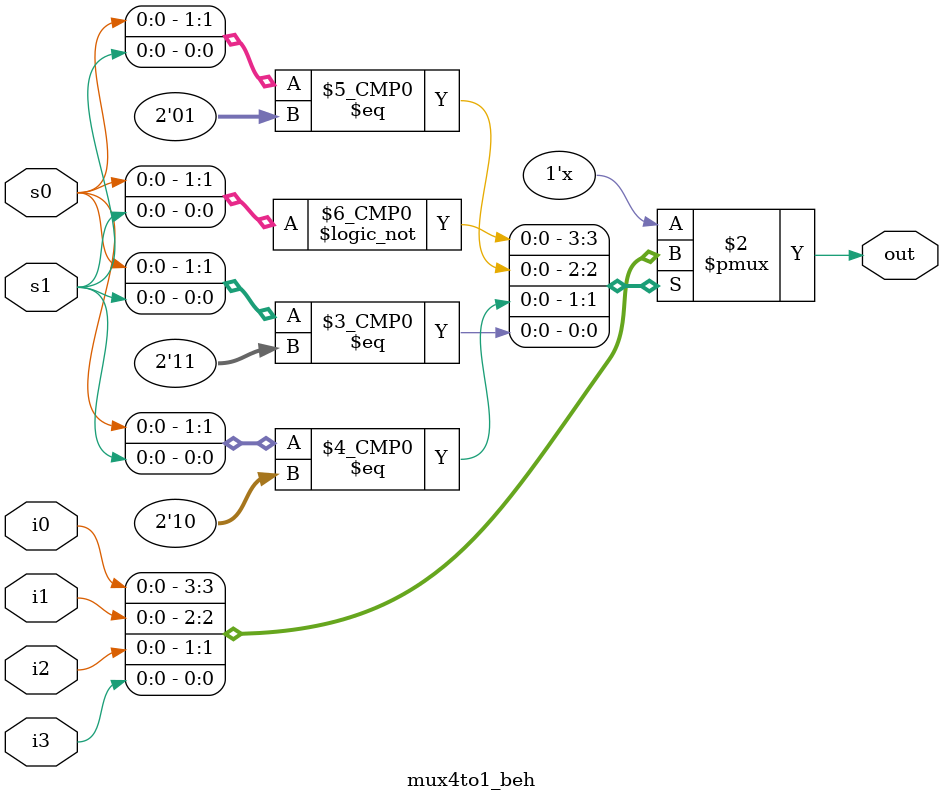
<source format=v>
module mux4to1_beh(i0, i1, i2, i3, s0, s1, out);
    input i0, i1, i2, i3, s0, s1;
    output reg out;
    always @ (i0, i1, i2, i3, s0, s1)
        begin
            // {} = concatenation
            case({s0, s1})
                2'b00: out = i0;
                2'b01: out = i1;
                2'b10: out = i2;
                2'b11: out = i3;
                default: out = 1'bx;
            endcase
        end
endmodule
</source>
